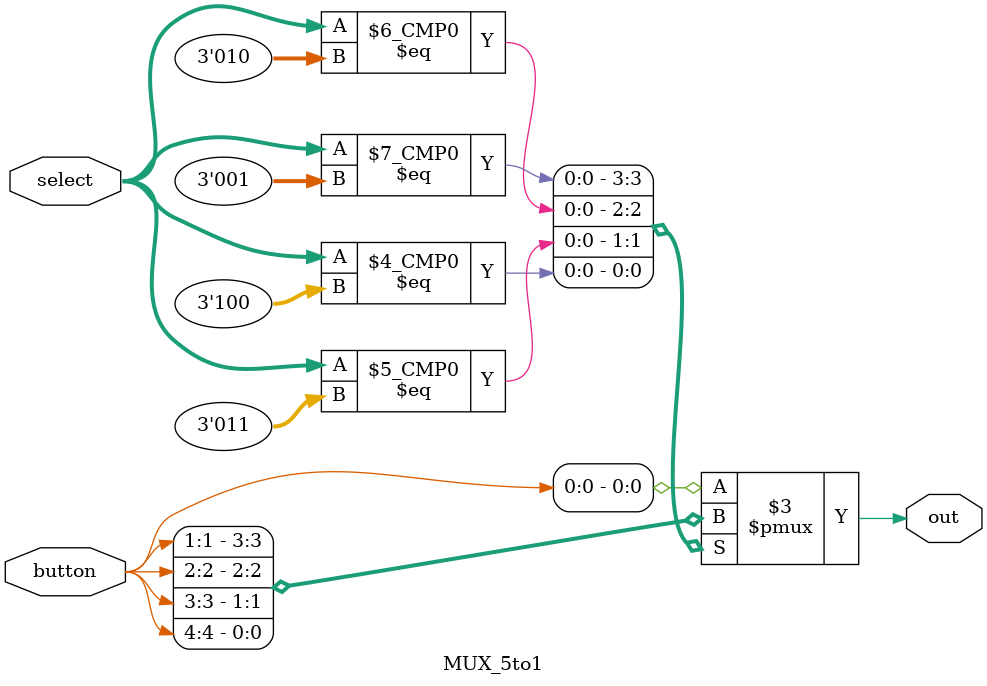
<source format=sv>
`timescale 1ns / 1ps

module MUX_5to1(
    input [4:0] button,
    input [2:0] select,
    
    output reg out
    );
    always@ ( button, select ) begin
        case( select )
            default:
                out = button[0] ;
            3'b001:
                out = button[1] ;
            3'b010:
                out = button[2] ;
            3'b011:
                out = button[3] ;
            3'b100:
                out = button[4] ;  
        endcase                                                                         
    end
endmodule

</source>
